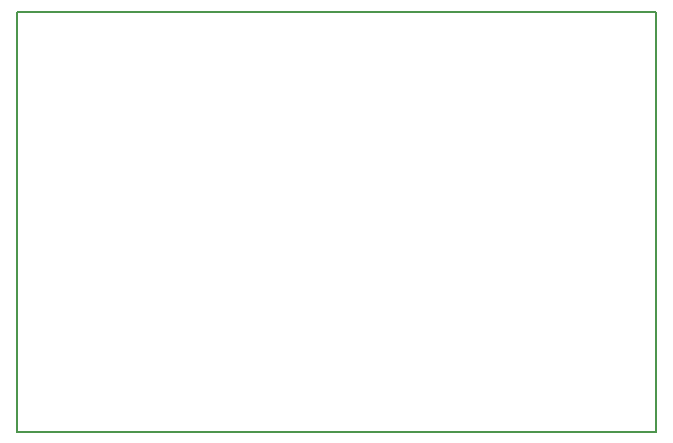
<source format=gm1>
G04 #@! TF.FileFunction,Profile,NP*
%FSLAX46Y46*%
G04 Gerber Fmt 4.6, Leading zero omitted, Abs format (unit mm)*
G04 Created by KiCad (PCBNEW 4.0.2-stable) date Wednesday, July 27, 2016 'PMt' 01:40:30 PM*
%MOMM*%
G01*
G04 APERTURE LIST*
%ADD10C,0.100000*%
%ADD11C,0.150000*%
G04 APERTURE END LIST*
D10*
D11*
X104140000Y-124460000D02*
X104140000Y-88900000D01*
X158242000Y-124460000D02*
X104140000Y-124460000D01*
X158242000Y-88900000D02*
X158242000Y-124460000D01*
X104140000Y-88900000D02*
X158242000Y-88900000D01*
M02*

</source>
